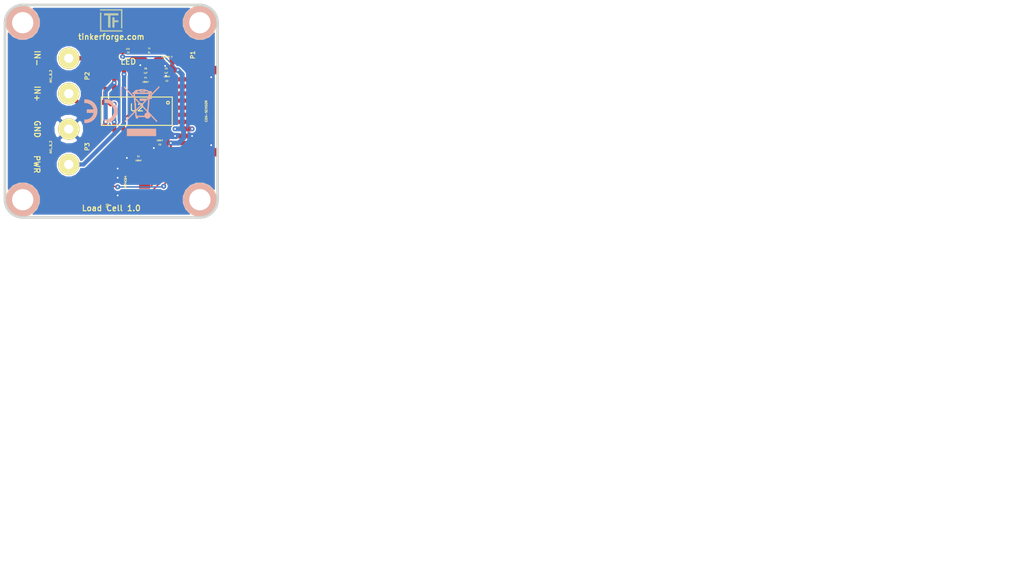
<source format=kicad_pcb>
(kicad_pcb (version 4) (host pcbnew "(2015-03-18 BZR 5525)-product")
  (title_block (title "Analog Out Bricklet") (date "24 Feb 2015") (rev 2.0) (company "Tinkerforge GmbH") (comment 1 "Licensed under CERN OHL v.1.1") (comment 2 "Copyright (©) 2015, B.Nordmeyer <bastian@tinkerforge.com>"))
  (layers (0 Vorderseite signal) (31 Rückseite signal) (34 B.Paste user) (35 F.Paste user) (36 B.SilkS user) (37 F.SilkS user) (38 B.Mask user) (39 F.Mask user) (44 Edge.Cuts user))
  (net 0 "")
  (net 1 SCL)
  (net 2 SDA)
  (net 3 AGND)
  (net 4 3V3)
  (net 5 "Net-(P1-Pad6)")
  (net 6 +3.3VP)
  (net 7 "Net-(D1-Pad1)")
  (net 8 "Net-(P1-Pad7)")
  (net 9 "Net-(P1-Pad8)")
  (net 10 "Net-(P1-Pad9)")
  (net 11 "Net-(P1-Pad10)")
  (net 12 "Net-(P2-Pad1)")
  (net 13 "Net-(P2-Pad2)")
  (module 0603 (layer Vorderseite) (at 159.85 104.575)
    (fp_text reference C3 (at 0.05 0.225) (layer F.SilkS) (effects (font (size 0.2 0.2) (thickness 0.05))))
    (fp_text value 100nF (at 0.05 -0.375) (layer F.SilkS) (effects (font (size 0.2 0.2) (thickness 0.05))))
    (pad 1 smd rect (at -0.8001 0) (size 0.8001 0.8001) (layers Vorderseite F.Paste F.Mask) (net 3 AGND))
    (pad 2 smd rect (at 0.8001 0) (size 0.8001 0.8001) (layers Vorderseite F.Paste F.Mask) (net 4 3V3))
  )
  (module 0603 (layer Vorderseite) (at 157.95 95.575 180)
    (fp_text reference C4 (at 0.05 0.225 180) (layer F.SilkS) (effects (font (size 0.2 0.2) (thickness 0.05))))
    (fp_text value 100nF (at 0.05 -0.375 180) (layer F.SilkS) (effects (font (size 0.2 0.2) (thickness 0.05))))
    (pad 1 smd rect (at -0.8001 0 180) (size 0.8001 0.8001) (layers Vorderseite F.Paste F.Mask) (net 6 +3.3VP))
    (pad 2 smd rect (at 0.8001 0 180) (size 0.8001 0.8001) (layers Vorderseite F.Paste F.Mask) (net 3 AGND))
  )
  (module 0603 (layer Vorderseite) (at 160.85 94.275 180)
    (fp_text reference C5 (at 0.05 0.225 180) (layer F.SilkS) (effects (font (size 0.2 0.2) (thickness 0.05))))
    (fp_text value 1µF (at 0.05 -0.375 180) (layer F.SilkS) (effects (font (size 0.2 0.2) (thickness 0.05))))
    (pad 1 smd rect (at -0.8001 0 180) (size 0.8001 0.8001) (layers Vorderseite F.Paste F.Mask) (net 4 3V3))
    (pad 2 smd rect (at 0.8001 0 180) (size 0.8001 0.8001) (layers Vorderseite F.Paste F.Mask) (net 3 AGND))
  )
  (module 0603 (layer Vorderseite) (at 156.95 106.675 180)
    (fp_text reference C1 (at 0.05 0.225 180) (layer F.SilkS) (effects (font (size 0.2 0.2) (thickness 0.05))))
    (fp_text value 100nF (at 0.05 -0.375 180) (layer F.SilkS) (effects (font (size 0.2 0.2) (thickness 0.05))))
    (pad 1 smd rect (at -0.8001 0 180) (size 0.8001 0.8001) (layers Vorderseite F.Paste F.Mask) (net 4 3V3))
    (pad 2 smd rect (at 0.8001 0 180) (size 0.8001 0.8001) (layers Vorderseite F.Paste F.Mask) (net 3 AGND))
  )
  (module 0603 (layer Vorderseite) (at 160.85 95.575)
    (fp_text reference C2 (at 0.05 0.225) (layer F.SilkS) (effects (font (size 0.2 0.2) (thickness 0.05))))
    (fp_text value 100nF (at 0.05 -0.375) (layer F.SilkS) (effects (font (size 0.2 0.2) (thickness 0.05))))
    (pad 1 smd rect (at -0.8001 0) (size 0.8001 0.8001) (layers Vorderseite F.Paste F.Mask) (net 3 AGND))
    (pad 2 smd rect (at 0.8001 0) (size 0.8001 0.8001) (layers Vorderseite F.Paste F.Mask) (net 4 3V3))
  )
  (module CON-SENSOR (layer Vorderseite) (at 168.05 100.075 90)
    (fp_text reference P1 (at 7.9502 -3.50012 90) (layer F.SilkS) (effects (font (size 0.59944 0.59944) (thickness 0.12446))))
    (fp_text value CON-SENSOR (at 0 -1.6002 90) (layer F.SilkS) (effects (font (size 0.29972 0.29972) (thickness 0.07112))))
    (pad 1 smd rect (at -4.50088 -4.7752 90) (size 0.59944 1.5494) (layers Vorderseite F.Paste F.Mask))
    (pad 2 smd rect (at -3.50012 -4.7752 90) (size 0.59944 1.5494) (layers Vorderseite F.Paste F.Mask) (net 3 AGND))
    (pad 3 smd rect (at -2.49936 -4.7752 90) (size 0.59944 1.5494) (layers Vorderseite F.Paste F.Mask) (net 4 3V3))
    (pad 4 smd rect (at -1.50114 -4.7752 90) (size 0.59944 1.5494) (layers Vorderseite F.Paste F.Mask) (net 1 SCL))
    (pad 5 smd rect (at -0.50038 -4.7752 90) (size 0.59944 1.5494) (layers Vorderseite F.Paste F.Mask) (net 2 SDA))
    (pad 6 smd rect (at 0.50038 -4.7752 90) (size 0.59944 1.5494) (layers Vorderseite F.Paste F.Mask) (net 5 "Net-(P1-Pad6)"))
    (pad 7 smd rect (at 1.50114 -4.7752 90) (size 0.59944 1.5494) (layers Vorderseite F.Paste F.Mask) (net 8 "Net-(P1-Pad7)"))
    (pad 8 smd rect (at 2.49936 -4.7752 90) (size 0.59944 1.5494) (layers Vorderseite F.Paste F.Mask) (net 9 "Net-(P1-Pad8)"))
    (pad 9 smd rect (at 3.50012 -4.7752 90) (size 0.59944 1.5494) (layers Vorderseite F.Paste F.Mask) (net 10 "Net-(P1-Pad9)"))
    (pad 10 smd rect (at 4.50088 -4.7752 90) (size 0.59944 1.5494) (layers Vorderseite F.Paste F.Mask) (net 11 "Net-(P1-Pad10)"))
    (pad EP smd rect (at -5.79882 -0.89916 90) (size 1.19888 1.80086) (layers Vorderseite F.Paste F.Mask) (net 3 AGND))
    (pad EP smd rect (at 5.79882 -0.89916 90) (size 1.19888 1.80086) (layers Vorderseite F.Paste F.Mask) (net 3 AGND))
  )
  (module AKL_5_2 (layer Vorderseite) (at 147.05076 95.10014 90)
    (fp_text reference P2 (at 0 2.60096 90) (layer F.SilkS) (effects (font (size 0.59944 0.59944) (thickness 0.12446))))
    (fp_text value AKL_5_2 (at -0.0508 -2.55016 90) (layer F.SilkS) (effects (font (size 0.29972 0.29972) (thickness 0.0762))))
    (pad 1 thru_hole circle (at -2.49936 0 90) (size 2.99974 2.99974) (drill 1.30048) (layers *.Cu *.Mask F.SilkS) (net 12 "Net-(P2-Pad1)"))
    (pad 2 thru_hole circle (at 2.49936 0 90) (size 2.99974 2.99974) (drill 1.30048) (layers *.Cu *.Mask F.SilkS) (net 13 "Net-(P2-Pad2)"))
  )
  (module AKL_5_2 (layer Vorderseite) (at 147.05076 105.10012 90)
    (fp_text reference P3 (at 0 2.60096 90) (layer F.SilkS) (effects (font (size 0.59944 0.59944) (thickness 0.12446))))
    (fp_text value AKL_5_2 (at -0.0508 -2.55016 90) (layer F.SilkS) (effects (font (size 0.29972 0.29972) (thickness 0.0762))))
    (pad 1 thru_hole circle (at -2.49936 0 90) (size 2.99974 2.99974) (drill 1.30048) (layers *.Cu *.Mask F.SilkS) (net 6 +3.3VP))
    (pad 2 thru_hole circle (at 2.49936 0 90) (size 2.99974 2.99974) (drill 1.30048) (layers *.Cu *.Mask F.SilkS) (net 3 AGND))
  )
  (module 0603 (layer Vorderseite) (at 158.35 91.575)
    (fp_text reference R1 (at 0.05 0.225) (layer F.SilkS) (effects (font (size 0.2 0.2) (thickness 0.05))))
    (fp_text value 1k (at 0.05 -0.375) (layer F.SilkS) (effects (font (size 0.2 0.2) (thickness 0.05))))
    (pad 1 smd rect (at -0.8001 0) (size 0.8001 0.8001) (layers Vorderseite F.Paste F.Mask) (net 7 "Net-(D1-Pad1)"))
    (pad 2 smd rect (at 0.8001 0) (size 0.8001 0.8001) (layers Vorderseite F.Paste F.Mask) (net 11 "Net-(P1-Pad10)"))
  )
  (module DRILL_NP (layer Vorderseite) (at 165.55 112.575)
    (fp_text reference U4 hide)
    (fp_text value DRILL hide)
    (pad "" np_thru_hole circle (at 0 0) (size 2.99974 2.99974) (drill 2.99974) (layers *.Cu *.Mask F.SilkS) (clearance 0.89916))
  )
  (module DRILL_NP (layer Vorderseite) (at 140.55 112.575)
    (fp_text reference U5 hide)
    (fp_text value DRILL hide)
    (pad "" np_thru_hole circle (at 0 0) (size 2.99974 2.99974) (drill 2.99974) (layers *.Cu *.Mask F.SilkS) (clearance 0.89916))
  )
  (module DRILL_NP (layer Vorderseite) (at 140.55 87.575)
    (fp_text reference U6 hide)
    (fp_text value DRILL hide)
    (pad "" np_thru_hole circle (at 0 0) (size 2.99974 2.99974) (drill 2.99974) (layers *.Cu *.Mask F.SilkS) (clearance 0.89916))
  )
  (module SOIC8 (layer Vorderseite) (at 155.05 110.075 270)
    (fp_text reference U1 (at 3.29946 2.60096 270) (layer F.SilkS) (effects (font (size 0.29972 0.29972) (thickness 0.0762))))
    (fp_text value M24C64 (at 0 0 270) (layer F.SilkS) (effects (font (size 0.29972 0.29972) (thickness 0.0762))))
    (pad 1 smd rect (at -1.90246 2.69748 90) (size 0.59944 1.5494) (layers Vorderseite F.Paste F.Mask) (net 3 AGND))
    (pad 2 smd rect (at -0.63246 2.69748 90) (size 0.59944 1.5494) (layers Vorderseite F.Paste F.Mask) (net 3 AGND))
    (pad 3 smd rect (at 0.63246 2.69748 90) (size 0.59944 1.5494) (layers Vorderseite F.Paste F.Mask) (net 5 "Net-(P1-Pad6)"))
    (pad 4 smd rect (at 1.90246 2.69748 90) (size 0.59944 1.5494) (layers Vorderseite F.Paste F.Mask) (net 3 AGND))
    (pad 5 smd rect (at 1.90246 -2.69748 270) (size 0.59944 1.5494) (layers Vorderseite F.Paste F.Mask) (net 2 SDA))
    (pad 6 smd rect (at 0.63246 -2.69748 270) (size 0.59944 1.5494) (layers Vorderseite F.Paste F.Mask) (net 1 SCL))
    (pad 7 smd rect (at -0.63246 -2.69748 270) (size 0.59944 1.5494) (layers Vorderseite F.Paste F.Mask))
    (pad 8 smd rect (at -1.90246 -2.69748 270) (size 0.59944 1.5494) (layers Vorderseite F.Paste F.Mask) (net 4 3V3))
  )
  (module 0603 (layer Vorderseite) (at 157.95 94.275 180)
    (fp_text reference C6 (at 0.05 0.225 180) (layer F.SilkS) (effects (font (size 0.2 0.2) (thickness 0.05))))
    (fp_text value 1µF (at 0.05 -0.375 180) (layer F.SilkS) (effects (font (size 0.2 0.2) (thickness 0.05))))
    (pad 1 smd rect (at -0.8001 0 180) (size 0.8001 0.8001) (layers Vorderseite F.Paste F.Mask) (net 6 +3.3VP))
    (pad 2 smd rect (at 0.8001 0 180) (size 0.8001 0.8001) (layers Vorderseite F.Paste F.Mask) (net 3 AGND))
  )
  (module D0603 (layer Vorderseite) (at 155.45 91.575 180)
    (fp_text reference D1 (at -0.025 -0.2 180) (layer F.SilkS) (effects (font (size 0.2 0.2) (thickness 0.05))))
    (fp_text value LED (at 0.075 0.3 180) (layer F.SilkS) (effects (font (size 0.2 0.2) (thickness 0.05))))
    (pad 1 smd rect (at -0.8001 0 180) (size 0.8001 0.8001) (layers Vorderseite F.Paste F.Mask) (net 7 "Net-(D1-Pad1)"))
    (pad 2 smd rect (at 0.8001 0 180) (size 0.8001 0.8001) (layers Vorderseite F.Paste F.Mask) (net 4 3V3))
  )
  (module 0603 (layer Vorderseite) (at 160.85 92.775)
    (fp_text reference L1 (at 0.05 0.225) (layer F.SilkS) (effects (font (size 0.2 0.2) (thickness 0.05))))
    (fp_text value FB0603-2 (at 0.05 -0.375) (layer F.SilkS) (effects (font (size 0.2 0.2) (thickness 0.05))))
    (pad 1 smd rect (at -0.8001 0) (size 0.8001 0.8001) (layers Vorderseite F.Paste F.Mask) (net 6 +3.3VP))
    (pad 2 smd rect (at 0.8001 0) (size 0.8001 0.8001) (layers Vorderseite F.Paste F.Mask) (net 4 3V3))
  )
  (module kicad-libraries:SOP16L (layer Vorderseite) (at 156.65 100.075 180)
    (fp_text reference U2 (at 0 0.5 180) (layer F.SilkS))
    (fp_text value HX711)
    (pad 1 smd rect (at -4.445 2.7 180) (size 0.5 1.5) (layers Vorderseite F.Paste F.Mask) (net 4 3V3) (clearance 0.14986))
    (pad 2 smd rect (at -3.175 2.7 180) (size 0.5 1.5) (layers Vorderseite F.Paste F.Mask) (clearance 0.14986))
    (pad 3 smd rect (at -1.905 2.7 180) (size 0.5 1.5) (layers Vorderseite F.Paste F.Mask) (net 6 +3.3VP) (clearance 0.14986))
    (pad 4 smd rect (at -0.635 2.7 180) (size 0.5 1.5) (layers Vorderseite F.Paste F.Mask) (net 3 AGND) (clearance 0.14986))
    (pad 5 smd rect (at 0.635 2.7 180) (size 0.5 1.5) (layers Vorderseite F.Paste F.Mask) (net 3 AGND) (clearance 0.14986))
    (pad 6 smd rect (at 1.905 2.7 180) (size 0.5 1.5) (layers Vorderseite F.Paste F.Mask) (clearance 0.14986))
    (pad 7 smd rect (at 3.175 2.7 180) (size 0.5 1.5) (layers Vorderseite F.Paste F.Mask) (net 13 "Net-(P2-Pad2)"))
    (pad 8 smd rect (at 4.445 2.7 180) (size 0.5 1.5) (layers Vorderseite F.Paste F.Mask) (net 12 "Net-(P2-Pad1)"))
    (pad 9 smd rect (at 4.445 -2.7 180) (size 0.5 1.5) (layers Vorderseite F.Paste F.Mask) (net 13 "Net-(P2-Pad2)"))
    (pad 10 smd rect (at 3.175 -2.7 180) (size 0.5 1.5) (layers Vorderseite F.Paste F.Mask) (net 12 "Net-(P2-Pad1)"))
    (pad 11 smd rect (at 1.905 -2.7 180) (size 0.5 1.5) (layers Vorderseite F.Paste F.Mask) (net 10 "Net-(P1-Pad9)"))
    (pad 12 smd rect (at 0.635 -2.7 180) (size 0.5 1.5) (layers Vorderseite F.Paste F.Mask) (net 9 "Net-(P1-Pad8)"))
    (pad 13 smd rect (at -0.635 -2.7 180) (size 0.5 1.5) (layers Vorderseite F.Paste F.Mask))
    (pad 14 smd rect (at -1.905 -2.7 180) (size 0.5 1.5) (layers Vorderseite F.Paste F.Mask) (net 3 AGND))
    (pad 15 smd rect (at -3.175 -2.7 180) (size 0.5 1.5) (layers Vorderseite F.Paste F.Mask) (net 8 "Net-(P1-Pad7)"))
    (pad 16 smd rect (at -4.445 -2.7 180) (size 0.5 1.5) (layers Vorderseite F.Paste F.Mask) (net 4 3V3))
  )
  (module DRILL_NP (layer Vorderseite) (at 165.55 87.575)
    (fp_text reference U3 hide)
    (fp_text value DRILL hide)
    (pad "" np_thru_hole circle (at 0 0) (size 2.99974 2.99974) (drill 2.99974) (layers *.Cu *.Mask F.SilkS) (clearance 0.89916))
  )
  (module kicad-libraries:Logo_31x31 (layer Vorderseite) (at 151.45 85.675)
    (fp_text reference G*** hide)
    (fp_text value Logo_31x31 hide)
  )
  (module kicad-libraries:WEEE_7mm (layer Rückseite) (at 157.35 100.075 180)
    (fp_text reference VAL hide)
    (fp_text value WEEE_7mm hide)
  )
  (module kicad-libraries:CE_5mm (layer Rückseite) (at 151.55 100.075 180)
    (fp_text reference VAL hide)
    (fp_text value CE_5mm hide)
  )
  (gr_text PWR (at 142.55 107.575 270) (layer F.SilkS) (effects (font (size 0.8001 0.8001) (thickness 0.14986))))
  (gr_text LED (at 155.45 93.075) (layer F.SilkS) (effects (font (size 0.8001 0.8001) (thickness 0.14986))))
  (gr_text "Load Cell 1.0" (at 153.05 113.775) (layer F.SilkS) (effects (font (size 0.8 0.8))))
  (gr_line (start 140.55 85.075) (end 165.55 85.075) (angle 90) (layer Edge.Cuts) (width 0.381))
  (gr_line (start 165.55 115.075) (end 140.55 115.075) (angle 90) (layer Edge.Cuts) (width 0.381))
  (gr_text GND (at 142.60068 102.60076 270) (layer F.SilkS) (effects (font (size 0.8001 0.8001) (thickness 0.14986))))
  (gr_text IN+ (at 142.60068 97.5995 270) (layer F.SilkS) (effects (font (size 0.8001 0.8001) (thickness 0.14986))))
  (gr_text IN- (at 142.60068 92.60078 270) (layer F.SilkS) (effects (font (size 0.8001 0.8001) (thickness 0.14986))))
  (gr_line (start 138.049 112.57534) (end 138.049 87.57412) (angle 90) (layer Edge.Cuts) (width 0.381))
  (gr_line (start 168.05022 87.62492) (end 168.05022 112.57534) (angle 90) (layer Edge.Cuts) (width 0.381))
  (gr_arc (start 165.55086 87.57412) (end 165.55086 85.07476) (angle 90) (layer Edge.Cuts) (width 0.381))
  (gr_arc (start 140.5509 87.57412) (end 138.049 87.57412) (angle 90) (layer Edge.Cuts) (width 0.381))
  (gr_arc (start 140.5509 112.57534) (end 140.5509 115.0747) (angle 90) (layer Edge.Cuts) (width 0.381))
  (gr_arc (start 165.55086 112.57534) (end 168.05022 112.57534) (angle 90) (layer Edge.Cuts) (width 0.381))
  (gr_text tinkerforge.com (at 153.05 89.575) (layer F.SilkS) (effects (font (size 0.8001 0.8001) (thickness 0.14986))))
  (segment (start 164.45114 101.57614) (end 165.15 102.275) (width 0.2) (layer Vorderseite) (net 1))
  (segment (start 165.15 102.275) (end 165.15 104.175) (width 0.2) (layer Vorderseite) (net 1))
  (segment (start 165.15 104.175) (end 158.61754 110.70746) (width 0.2) (layer Vorderseite) (net 1))
  (segment (start 158.61754 110.70746) (end 157.74748 110.70746) (width 0.2) (layer Vorderseite) (net 1))
  (segment (start 163.2748 101.57614) (end 164.45114 101.57614) (width 0.2) (layer Vorderseite) (net 1))
  (segment (start 165.65 101.575) (end 164.65038 100.57538) (width 0.2) (layer Vorderseite) (net 2))
  (segment (start 164.65038 100.57538) (end 163.2748 100.57538) (width 0.2) (layer Vorderseite) (net 2))
  (segment (start 158.64754 111.97746) (end 159.05 111.575) (width 0.2) (layer Vorderseite) (net 2))
  (segment (start 157.74748 111.97746) (end 158.64754 111.97746) (width 0.2) (layer Vorderseite) (net 2))
  (segment (start 165.65 104.475) (end 159.05 111.075) (width 0.2) (layer Vorderseite) (net 2))
  (segment (start 159.05 111.075) (end 159.05 111.575) (width 0.2) (layer Vorderseite) (net 2))
  (segment (start 165.65 101.575) (end 165.65 104.475) (width 0.2) (layer Vorderseite) (net 2))
  (segment (start 157.285 96.41) (end 157.1499 96.2749) (width 0.29972) (layer Vorderseite) (net 3))
  (segment (start 157.1499 96.2749) (end 157.1499 95.575) (width 0.29972) (layer Vorderseite) (net 3))
  (segment (start 157.285 97.375) (end 157.285 96.41) (width 0.29972) (layer Vorderseite) (net 3))
  (segment (start 156.95 95.575) (end 157.1499 95.575) (width 0.29972) (layer Vorderseite) (net 3))
  (segment (start 156.015 96.51) (end 156.95 95.575) (width 0.29972) (layer Vorderseite) (net 3))
  (segment (start 156.015 97.375) (end 156.015 96.51) (width 0.29972) (layer Vorderseite) (net 3))
  (segment (start 160.0499 94.275) (end 160.05 94.275) (width 0.59944) (layer Vorderseite) (net 3))
  (segment (start 160.0499 95.575) (end 160.25 95.575) (width 0.59944) (layer Vorderseite) (net 3))
  (segment (start 157.1499 95.575) (end 157.1499 94.275) (width 0.59944) (layer Vorderseite) (net 3))
  (segment (start 158.555 104.0801) (end 159.0499 104.575) (width 0.59944) (layer Vorderseite) (net 3))
  (segment (start 158.555 102.775) (end 158.555 104.0801) (width 0.59944) (layer Vorderseite) (net 3))
  (segment (start 160.05 103.575) (end 159.05 104.575) (width 0.29972) (layer Rückseite) (net 3))
  (segment (start 159.05 104.575) (end 159.05 105.275) (width 0.29972) (layer Rückseite) (net 3))
  (segment (start 159.0499 105.2749) (end 159.0499 104.575) (width 0.59944) (layer Vorderseite) (net 3))
  (via (at 159.05 105.275) (size 0.70104) (layers Vorderseite Rückseite) (net 3))
  (segment (start 159.0499 105.2749) (end 159.05 105.275) (width 0.59944) (layer Vorderseite) (net 3))
  (segment (start 163.2748 103.57512) (end 162.05012 103.57512) (width 0.7) (layer Vorderseite) (net 3))
  (via (at 162.05 103.575) (size 0.70104) (layers Vorderseite Rückseite) (net 3))
  (segment (start 162.05012 103.57512) (end 162.05 103.575) (width 0.7) (layer Vorderseite) (net 3))
  (segment (start 162.05 103.575) (end 160.05 103.575) (width 0.29972) (layer Rückseite) (net 3))
  (segment (start 160.05 98.575) (end 157.15 95.675) (width 0.29972) (layer Rückseite) (net 3))
  (segment (start 157.15 95.675) (end 157.15 93.575) (width 0.29972) (layer Rückseite) (net 3))
  (segment (start 157.1499 93.5751) (end 157.1499 94.275) (width 0.59944) (layer Vorderseite) (net 3))
  (via (at 157.15 93.575) (size 0.70104) (layers Vorderseite Rückseite) (net 3))
  (segment (start 157.1499 93.5751) (end 157.15 93.575) (width 0.59944) (layer Vorderseite) (net 3))
  (segment (start 160.05 103.575) (end 160.05 98.575) (width 0.29972) (layer Rückseite) (net 3))
  (segment (start 160.55 93.575) (end 160.65 93.675) (width 0.29972) (layer Rückseite) (net 3))
  (segment (start 160.65 93.675) (end 160.05 94.275) (width 0.59944) (layer Vorderseite) (net 3))
  (via (at 160.65 93.675) (size 0.70104) (layers Vorderseite Rückseite) (net 3))
  (segment (start 157.15 93.575) (end 160.55 93.575) (width 0.29972) (layer Rückseite) (net 3))
  (segment (start 160.65 94.975) (end 160.75 95.075) (width 0.29972) (layer Rückseite) (net 3))
  (segment (start 160.75 95.075) (end 160.25 95.575) (width 0.59944) (layer Vorderseite) (net 3))
  (via (at 160.75 95.075) (size 0.70104) (layers Vorderseite Rückseite) (net 3))
  (segment (start 160.65 93.675) (end 160.65 94.975) (width 0.29972) (layer Rückseite) (net 3))
  (segment (start 165.85 103.575) (end 167.15 104.875) (width 0.29972) (layer Rückseite) (net 3))
  (via (at 167.15 104.875) (size 0.70104) (layers Vorderseite Rückseite) (net 3))
  (segment (start 167.15 104.875) (end 167.15084 104.87584) (width 0.29972) (layer Vorderseite) (net 3))
  (segment (start 167.15084 104.87584) (end 167.15084 105.87382) (width 0.29972) (layer Vorderseite) (net 3))
  (segment (start 163.2748 103.57512) (end 164.44988 103.57512) (width 0.7) (layer Vorderseite) (net 3))
  (via (at 164.45 103.575) (size 0.70104) (layers Vorderseite Rückseite) (net 3))
  (segment (start 164.44988 103.57512) (end 164.45 103.575) (width 0.7) (layer Vorderseite) (net 3))
  (segment (start 164.45 103.575) (end 165.85 103.575) (width 0.29972) (layer Rückseite) (net 3))
  (via (at 167.15 95.275) (size 0.70104) (layers Vorderseite Rückseite) (net 3))
  (segment (start 167.15 95.275) (end 167.15084 95.27416) (width 0.29972) (layer Vorderseite) (net 3))
  (segment (start 167.15084 95.27416) (end 167.15084 94.27618) (width 0.29972) (layer Vorderseite) (net 3))
  (segment (start 167.15 104.875) (end 167.15 95.275) (width 0.29972) (layer Rückseite) (net 3))
  (segment (start 153.25 111.975) (end 152.85 111.575) (width 0.2) (layer Rückseite) (net 3))
  (segment (start 152.85 111.575) (end 152.85 110.175) (width 0.2) (layer Rückseite) (net 3))
  (segment (start 152.85 110.175) (end 153.55 109.475) (width 0.2) (layer Rückseite) (net 3))
  (segment (start 153.55 109.475) (end 153.95 109.475) (width 0.2) (layer Rückseite) (net 3))
  (segment (start 153.91754 109.44254) (end 152.35252 109.44254) (width 0.2) (layer Vorderseite) (net 3))
  (via (at 153.95 109.475) (size 0.70104) (layers Vorderseite Rückseite) (net 3))
  (segment (start 153.91754 109.44254) (end 153.95 109.475) (width 0.2) (layer Vorderseite) (net 3))
  (segment (start 152.35252 111.97746) (end 153.94754 111.97746) (width 0.2) (layer Vorderseite) (net 3))
  (via (at 153.95 111.975) (size 0.70104) (layers Vorderseite Rückseite) (net 3))
  (segment (start 153.94754 111.97746) (end 153.95 111.975) (width 0.2) (layer Vorderseite) (net 3))
  (segment (start 153.95 111.975) (end 153.25 111.975) (width 0.2) (layer Rückseite) (net 3))
  (segment (start 153.94754 108.17254) (end 152.35252 108.17254) (width 0.2) (layer Vorderseite) (net 3))
  (via (at 153.95 108.175) (size 0.70104) (layers Vorderseite Rückseite) (net 3))
  (segment (start 153.94754 108.17254) (end 153.95 108.175) (width 0.2) (layer Vorderseite) (net 3))
  (segment (start 153.95 109.475) (end 153.95 108.175) (width 0.2) (layer Rückseite) (net 3))
  (via (at 155.25 106.675) (size 0.70104) (layers Vorderseite Rückseite) (net 3))
  (segment (start 155.25 106.675) (end 156.1499 106.675) (width 0.2) (layer Vorderseite) (net 3))
  (segment (start 154.65 106.675) (end 155.25 106.675) (width 0.2) (layer Rückseite) (net 3))
  (segment (start 153.95 107.375) (end 154.65 106.675) (width 0.2) (layer Rückseite) (net 3))
  (segment (start 153.95 108.175) (end 153.95 107.375) (width 0.2) (layer Rückseite) (net 3))
  (segment (start 155.75 105.275) (end 155.25 105.775) (width 0.2) (layer Rückseite) (net 3))
  (segment (start 155.25 105.775) (end 155.25 106.675) (width 0.2) (layer Rückseite) (net 3))
  (segment (start 159.05 105.275) (end 155.75 105.275) (width 0.2) (layer Rückseite) (net 3))
  (segment (start 150.65 108.175) (end 148.75 110.075) (width 0.2) (layer Rückseite) (net 3))
  (segment (start 148.75 110.075) (end 145.55 110.075) (width 0.2) (layer Rückseite) (net 3))
  (segment (start 145.55 110.075) (end 144.15 108.675) (width 0.2) (layer Rückseite) (net 3))
  (segment (start 144.15 108.675) (end 144.15 105.50152) (width 0.2) (layer Rückseite) (net 3))
  (segment (start 144.15 105.50152) (end 147.05076 102.60076) (width 0.2) (layer Rückseite) (net 3))
  (segment (start 153.95 108.175) (end 150.65 108.175) (width 0.2) (layer Rückseite) (net 3))
  (segment (start 161.095 97.375) (end 161.095 97.02) (width 0.29972) (layer Vorderseite) (net 4))
  (segment (start 161.55 92.775) (end 161.6501 92.775) (width 0.29972) (layer Vorderseite) (net 4))
  (segment (start 161.095 104.1301) (end 160.6501 104.575) (width 0.29972) (layer Vorderseite) (net 4))
  (segment (start 161.095 102.775) (end 161.095 104.1301) (width 0.29972) (layer Vorderseite) (net 4))
  (segment (start 164.44936 102.57436) (end 164.45 102.575) (width 0.7) (layer Vorderseite) (net 4))
  (via (at 164.45 102.575) (size 0.70104) (layers Vorderseite Rückseite) (net 4))
  (segment (start 163.2748 102.57436) (end 164.44936 102.57436) (width 0.7) (layer Vorderseite) (net 4))
  (segment (start 162.55 104.575) (end 163.25 103.875) (width 0.7) (layer Rückseite) (net 4))
  (segment (start 163.25 103.875) (end 163.25 102.775) (width 0.7) (layer Rückseite) (net 4))
  (segment (start 163.25 102.775) (end 163.05 102.575) (width 0.7) (layer Rückseite) (net 4))
  (segment (start 163.05 102.575) (end 162.05 102.575) (width 0.7) (layer Rückseite) (net 4))
  (segment (start 161.45 104.575) (end 160.6501 104.575) (width 0.7) (layer Vorderseite) (net 4))
  (via (at 161.45 104.575) (size 0.70104) (layers Vorderseite Rückseite) (net 4))
  (segment (start 163.2748 102.57436) (end 162.05064 102.57436) (width 0.7) (layer Vorderseite) (net 4))
  (via (at 162.05 102.575) (size 0.70104) (layers Vorderseite Rückseite) (net 4))
  (segment (start 162.05064 102.57436) (end 162.05 102.575) (width 0.7) (layer Vorderseite) (net 4))
  (segment (start 161.45 104.575) (end 162.55 104.575) (width 0.7) (layer Rückseite) (net 4))
  (segment (start 163.05 94.875) (end 162.45 94.275) (width 0.7) (layer Rückseite) (net 4))
  (segment (start 162.45 94.275) (end 161.6501 94.275) (width 0.7) (layer Vorderseite) (net 4))
  (via (at 162.45 94.275) (size 0.70104) (layers Vorderseite Rückseite) (net 4))
  (segment (start 163.05 102.575) (end 163.05 94.875) (width 0.7) (layer Rückseite) (net 4))
  (segment (start 161.6501 96.1749) (end 161.6501 95.575) (width 0.59944) (layer Vorderseite) (net 4))
  (segment (start 161.095 96.73) (end 161.6501 96.1749) (width 0.59944) (layer Vorderseite) (net 4))
  (segment (start 161.095 97.375) (end 161.095 96.73) (width 0.59944) (layer Vorderseite) (net 4))
  (segment (start 161.6501 95.575) (end 161.6501 94.275) (width 0.59944) (layer Vorderseite) (net 4))
  (segment (start 161.6501 92.775) (end 161.6501 94.275) (width 0.59944) (layer Vorderseite) (net 4))
  (segment (start 157.74748 106.67762) (end 157.7501 106.675) (width 0.2) (layer Vorderseite) (net 4))
  (segment (start 157.74748 108.17254) (end 157.74748 106.67762) (width 0.2) (layer Vorderseite) (net 4))
  (segment (start 161.45 105.475) (end 160.25 106.675) (width 0.29972) (layer Vorderseite) (net 4))
  (segment (start 160.25 106.675) (end 157.7501 106.675) (width 0.29972) (layer Vorderseite) (net 4))
  (segment (start 161.45 104.575) (end 161.45 105.475) (width 0.29972) (layer Vorderseite) (net 4))
  (segment (start 154.6499 92.3749) (end 154.65 92.375) (width 0.2) (layer Vorderseite) (net 4))
  (via (at 154.65 92.375) (size 0.70104) (layers Vorderseite Rückseite) (net 4))
  (segment (start 154.65 92.375) (end 160.55 92.375) (width 0.2) (layer Rückseite) (net 4))
  (segment (start 160.55 92.375) (end 162.45 94.275) (width 0.2) (layer Rückseite) (net 4))
  (segment (start 154.6499 91.575) (end 154.6499 92.3749) (width 0.2) (layer Vorderseite) (net 4))
  (segment (start 164.74962 99.57462) (end 166.15 100.975) (width 0.2) (layer Vorderseite) (net 5))
  (segment (start 166.15 100.975) (end 166.15 104.775) (width 0.2) (layer Vorderseite) (net 5))
  (segment (start 166.15 104.775) (end 160.45 110.475) (width 0.2) (layer Vorderseite) (net 5))
  (segment (start 160.45 110.475) (end 160.45 110.675) (width 0.2) (layer Vorderseite) (net 5))
  (via (at 160.45 110.675) (size 0.70104) (layers Vorderseite Rückseite) (net 5))
  (segment (start 160.45 110.675) (end 160.35 110.775) (width 0.2) (layer Rückseite) (net 5))
  (segment (start 160.35 110.775) (end 153.95 110.775) (width 0.2) (layer Rückseite) (net 5))
  (via (at 153.95 110.775) (size 0.70104) (layers Vorderseite Rückseite) (net 5))
  (segment (start 153.95 110.775) (end 153.88246 110.70746) (width 0.2) (layer Vorderseite) (net 5))
  (segment (start 153.88246 110.70746) (end 152.35252 110.70746) (width 0.2) (layer Vorderseite) (net 5))
  (segment (start 163.2748 99.57462) (end 164.74962 99.57462) (width 0.2) (layer Vorderseite) (net 5))
  (segment (start 160.0499 92.775) (end 160.0499 92.9752) (width 0.29972) (layer Vorderseite) (net 6))
  (segment (start 158.75 95.5749) (end 158.7501 95.575) (width 0.29972) (layer Vorderseite) (net 6))
  (segment (start 158.75 94.2751) (end 158.75 95.5749) (width 0.59944) (layer Vorderseite) (net 6))
  (segment (start 158.555 96.07) (end 158.555 97.375) (width 0.29972) (layer Vorderseite) (net 6))
  (segment (start 158.7501 95.8749) (end 158.555 96.07) (width 0.29972) (layer Vorderseite) (net 6))
  (segment (start 158.7501 95.575) (end 158.7501 95.8749) (width 0.29972) (layer Vorderseite) (net 6))
  (segment (start 159.35 92.775) (end 158.7501 93.3749) (width 0.59944) (layer Vorderseite) (net 6))
  (segment (start 158.7501 93.475) (end 158.7501 94.275) (width 0.59944) (layer Vorderseite) (net 6))
  (segment (start 158.7501 93.3749) (end 158.7501 93.475) (width 0.59944) (layer Vorderseite) (net 6))
  (segment (start 160.0499 92.775) (end 159.35 92.775) (width 0.59944) (layer Vorderseite) (net 6))
  (segment (start 158.55 93.475) (end 157.65 92.575) (width 0.59944) (layer Vorderseite) (net 6))
  (segment (start 157.65 92.575) (end 156.15 92.575) (width 0.59944) (layer Vorderseite) (net 6))
  (segment (start 156.15 92.575) (end 154.85 93.875) (width 0.59944) (layer Vorderseite) (net 6))
  (segment (start 154.85 93.875) (end 154.85 94.875) (width 0.59944) (layer Vorderseite) (net 6))
  (via (at 154.85 94.875) (size 0.70104) (layers Vorderseite Rückseite) (net 6))
  (segment (start 154.85 94.875) (end 154.85 101.875) (width 0.59944) (layer Rückseite) (net 6))
  (segment (start 154.85 101.875) (end 149.12552 107.59948) (width 0.59944) (layer Rückseite) (net 6))
  (segment (start 149.12552 107.59948) (end 147.05076 107.59948) (width 0.59944) (layer Rückseite) (net 6))
  (segment (start 158.7501 93.475) (end 158.55 93.475) (width 0.59944) (layer Vorderseite) (net 6))
  (segment (start 157.5499 91.575) (end 156.2501 91.575) (width 0.2) (layer Vorderseite) (net 7))
  (segment (start 162.55114 98.57386) (end 162.25 98.875) (width 0.2) (layer Vorderseite) (net 8))
  (segment (start 162.25 98.875) (end 162.25 99.575) (width 0.2) (layer Vorderseite) (net 8))
  (segment (start 162.25 99.575) (end 159.825 102) (width 0.2) (layer Vorderseite) (net 8))
  (segment (start 159.825 102) (end 159.825 102.775) (width 0.2) (layer Vorderseite) (net 8))
  (segment (start 163.2748 98.57386) (end 162.55114 98.57386) (width 0.2) (layer Vorderseite) (net 8))
  (segment (start 156.015 101.61) (end 156.015 102.775) (width 0.2) (layer Vorderseite) (net 9))
  (segment (start 156.75 100.875) (end 156.015 101.61) (width 0.2) (layer Vorderseite) (net 9))
  (segment (start 159.95 100.875) (end 156.75 100.875) (width 0.2) (layer Vorderseite) (net 9))
  (segment (start 161.85 98.975) (end 159.95 100.875) (width 0.2) (layer Vorderseite) (net 9))
  (segment (start 161.85 98.475) (end 161.85 98.975) (width 0.2) (layer Vorderseite) (net 9))
  (segment (start 162.74936 97.57564) (end 161.85 98.475) (width 0.2) (layer Vorderseite) (net 9))
  (segment (start 163.2748 97.57564) (end 162.74936 97.57564) (width 0.2) (layer Vorderseite) (net 9))
  (segment (start 154.745 101.28) (end 154.745 102.775) (width 0.2) (layer Vorderseite) (net 10))
  (segment (start 156.05 99.975) (end 154.745 101.28) (width 0.2) (layer Vorderseite) (net 10))
  (segment (start 159.85 99.975) (end 156.05 99.975) (width 0.2) (layer Vorderseite) (net 10))
  (segment (start 162.05 97.775) (end 159.85 99.975) (width 0.2) (layer Vorderseite) (net 10))
  (segment (start 162.05 97.175) (end 162.05 97.775) (width 0.2) (layer Vorderseite) (net 10))
  (segment (start 162.65012 96.57488) (end 162.05 97.175) (width 0.2) (layer Vorderseite) (net 10))
  (segment (start 163.2748 96.57488) (end 162.65012 96.57488) (width 0.2) (layer Vorderseite) (net 10))
  (segment (start 164.15088 95.57412) (end 164.45 95.275) (width 0.2) (layer Vorderseite) (net 11))
  (segment (start 164.45 95.275) (end 164.45 93.475) (width 0.2) (layer Vorderseite) (net 11))
  (segment (start 164.45 93.475) (end 162.55 91.575) (width 0.2) (layer Vorderseite) (net 11))
  (segment (start 162.55 91.575) (end 159.1501 91.575) (width 0.2) (layer Vorderseite) (net 11))
  (segment (start 163.2748 95.57412) (end 164.15088 95.57412) (width 0.2) (layer Vorderseite) (net 11))
  (segment (start 152.205 98.52) (end 151.85 98.875) (width 0.59944) (layer Vorderseite) (net 12))
  (segment (start 151.85 98.875) (end 148.32626 98.875) (width 0.59944) (layer Vorderseite) (net 12))
  (segment (start 148.32626 98.875) (end 147.05076 97.5995) (width 0.59944) (layer Vorderseite) (net 12))
  (segment (start 152.205 98.375) (end 152.205 98.52) (width 0.59944) (layer Vorderseite) (net 12))
  (segment (start 152.205 97.375) (end 152.205 98.375) (width 0.59944) (layer Vorderseite) (net 12))
  (segment (start 152.25 98.375) (end 152.95 99.075) (width 0.59944) (layer Vorderseite) (net 12))
  (segment (start 152.95 99.075) (end 153.45 99.075) (width 0.59944) (layer Vorderseite) (net 12))
  (via (at 153.45 99.075) (size 0.70104) (layers Vorderseite Rückseite) (net 12))
  (segment (start 153.45 99.075) (end 153.45 101.575) (width 0.59944) (layer Rückseite) (net 12))
  (via (at 153.45 101.575) (size 0.70104) (layers Vorderseite Rückseite) (net 12))
  (segment (start 153.45 101.575) (end 153.475 101.6) (width 0.59944) (layer Vorderseite) (net 12))
  (segment (start 153.475 101.6) (end 153.475 102.775) (width 0.59944) (layer Vorderseite) (net 12))
  (segment (start 152.205 98.375) (end 152.25 98.375) (width 0.59944) (layer Vorderseite) (net 12))
  (segment (start 150.97578 92.60078) (end 153.475 95.1) (width 0.59944) (layer Vorderseite) (net 13))
  (segment (start 153.475 95.1) (end 153.475 97.375) (width 0.59944) (layer Vorderseite) (net 13))
  (segment (start 147.05076 92.60078) (end 150.97578 92.60078) (width 0.59944) (layer Vorderseite) (net 13))
  (segment (start 153.45 97.35) (end 153.475 97.375) (width 0.59944) (layer Vorderseite) (net 13))
  (segment (start 152.205 101.62) (end 152.25 101.575) (width 0.59944) (layer Vorderseite) (net 13))
  (via (at 152.25 101.575) (size 0.70104) (layers Vorderseite Rückseite) (net 13))
  (segment (start 152.25 101.575) (end 152.25 97.275) (width 0.59944) (layer Rückseite) (net 13))
  (segment (start 152.25 97.275) (end 153.45 96.075) (width 0.59944) (layer Rückseite) (net 13))
  (via (at 153.45 96.075) (size 0.70104) (layers Vorderseite Rückseite) (net 13))
  (segment (start 153.45 96.075) (end 153.45 97.35) (width 0.59944) (layer Vorderseite) (net 13))
  (segment (start 152.205 102.775) (end 152.205 101.62) (width 0.59944) (layer Vorderseite) (net 13))
  (zone (net 3) (net_name AGND) (layer Rückseite) (connect_pads (clearance 0.2)) (min_thickness 0.15) (fill yes (arc_segments 16) (thermal_gap 0.508) (thermal_bridge_width 0.508))
    (polygon (pts (xy 168.05 115.075) (xy 138.05 115.075) (xy 138.05 85.075) (xy 168.05 85.075)))
  )
)
</source>
